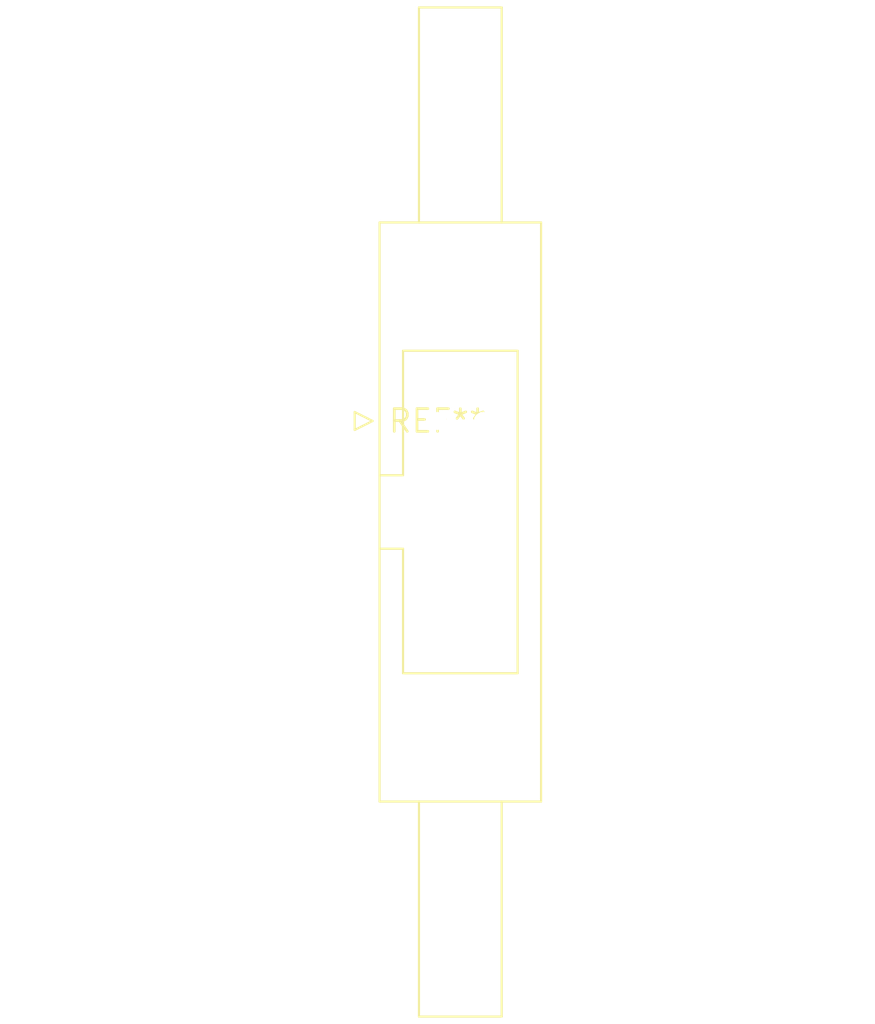
<source format=kicad_pcb>
(kicad_pcb (version 20240108) (generator pcbnew)
  (layers (0 "F.Cu" signal) (31 "B.Cu" signal) (34 "B.Paste" user) (35 "F.Paste" user) (36 "B.SilkS" user "B.Silkscreen") (37 "F.SilkS" user "F.Silkscreen") (38 "B.Mask" user) (39 "F.Mask" user) (44 "Edge.Cuts" user))
  (net 0 "")
  (footprint "IDC-Header_2x05_P2.54mm_Latch12.0mm_Vertical" (layer "F.Cu") (at 0 0)
    (property "Reference" "REF**")
    (property "Value" "IDC-Header_2x05_P2.54mm_Latch12.0mm_Vertical")
    (fp_line (start -4.63 -0.5) (end -4.63 0.5) (layer "F.SilkS") (stroke (width 0.12)))
    (fp_line (start -4.63 0.5) (end -3.63 0) (layer "F.SilkS") (stroke (width 0.12)))
    (fp_line (start -3.63 0) (end -4.63 -0.5) (layer "F.SilkS") (stroke (width 0.12)))
    (fp_line (start -3.24 -11.08) (end 5.78 -11.08) (layer "F.SilkS") (stroke (width 0.12)))
    (fp_line (start -3.24 3.03) (end -1.93 3.03) (layer "F.SilkS") (stroke (width 0.12)))
    (fp_line (start -3.24 21.24) (end -3.24 -11.08) (layer "F.SilkS") (stroke (width 0.12)))
    (fp_line (start -1.93 -3.92) (end 4.47 -3.92) (layer "F.SilkS") (stroke (width 0.12)))
    (fp_line (start -1.93 3.03) (end -1.93 -3.92) (layer "F.SilkS") (stroke (width 0.12)))
    (fp_line (start -1.93 7.13) (end -3.24 7.13) (layer "F.SilkS") (stroke (width 0.12)))
    (fp_line (start -1.93 7.13) (end -1.93 7.13) (layer "F.SilkS") (stroke (width 0.12)))
    (fp_line (start -1.93 14.08) (end -1.93 7.13) (layer "F.SilkS") (stroke (width 0.12)))
    (fp_line (start -1.04 -23.08) (end 3.58 -23.08) (layer "F.SilkS") (stroke (width 0.12)))
    (fp_line (start -1.04 -11.08) (end -1.04 -23.08) (layer "F.SilkS") (stroke (width 0.12)))
    (fp_line (start -1.04 21.24) (end -1.04 33.24) (layer "F.SilkS") (stroke (width 0.12)))
    (fp_line (start -1.04 33.24) (end 3.58 33.24) (layer "F.SilkS") (stroke (width 0.12)))
    (fp_line (start 3.58 -23.08) (end 3.58 -11.08) (layer "F.SilkS") (stroke (width 0.12)))
    (fp_line (start 3.58 33.24) (end 3.58 21.24) (layer "F.SilkS") (stroke (width 0.12)))
    (fp_line (start 4.47 -3.92) (end 4.47 14.08) (layer "F.SilkS") (stroke (width 0.12)))
    (fp_line (start 4.47 14.08) (end -1.93 14.08) (layer "F.SilkS") (stroke (width 0.12)))
    (fp_line (start 5.78 -11.08) (end 5.78 21.24) (layer "F.SilkS") (stroke (width 0.12)))
    (fp_line (start 5.78 21.24) (end -3.24 21.24) (layer "F.SilkS") (stroke (width 0.12)))
    (pad "1" thru_hole roundrect (at 0 0) (size 1.7 1.7) (drill 1) (layers *.Cu *.Mask) (remove_unused_layers) (roundrect_rratio 0.147059))
    (pad "2" thru_hole circle (at 2.54 0) (size 1.7 1.7) (drill 1) (layers *.Cu *.Mask) (remove_unused_layers))
    (pad "3" thru_hole circle (at 0 2.54) (size 1.7 1.7) (drill 1) (layers *.Cu *.Mask) (remove_unused_layers))
    (pad "4" thru_hole circle (at 2.54 2.54) (size 1.7 1.7) (drill 1) (layers *.Cu *.Mask) (remove_unused_layers))
    (pad "5" thru_hole circle (at 0 5.08) (size 1.7 1.7) (drill 1) (layers *.Cu *.Mask) (remove_unused_layers))
    (pad "6" thru_hole circle (at 2.54 5.08) (size 1.7 1.7) (drill 1) (layers *.Cu *.Mask) (remove_unused_layers))
    (pad "7" thru_hole circle (at 0 7.62) (size 1.7 1.7) (drill 1) (layers *.Cu *.Mask) (remove_unused_layers))
    (pad "8" thru_hole circle (at 2.54 7.62) (size 1.7 1.7) (drill 1) (layers *.Cu *.Mask) (remove_unused_layers))
    (pad "9" thru_hole circle (at 0 10.16) (size 1.7 1.7) (drill 1) (layers *.Cu *.Mask) (remove_unused_layers))
    (pad "10" thru_hole circle (at 2.54 10.16) (size 1.7 1.7) (drill 1) (layers *.Cu *.Mask) (remove_unused_layers))
  )
)
</source>
